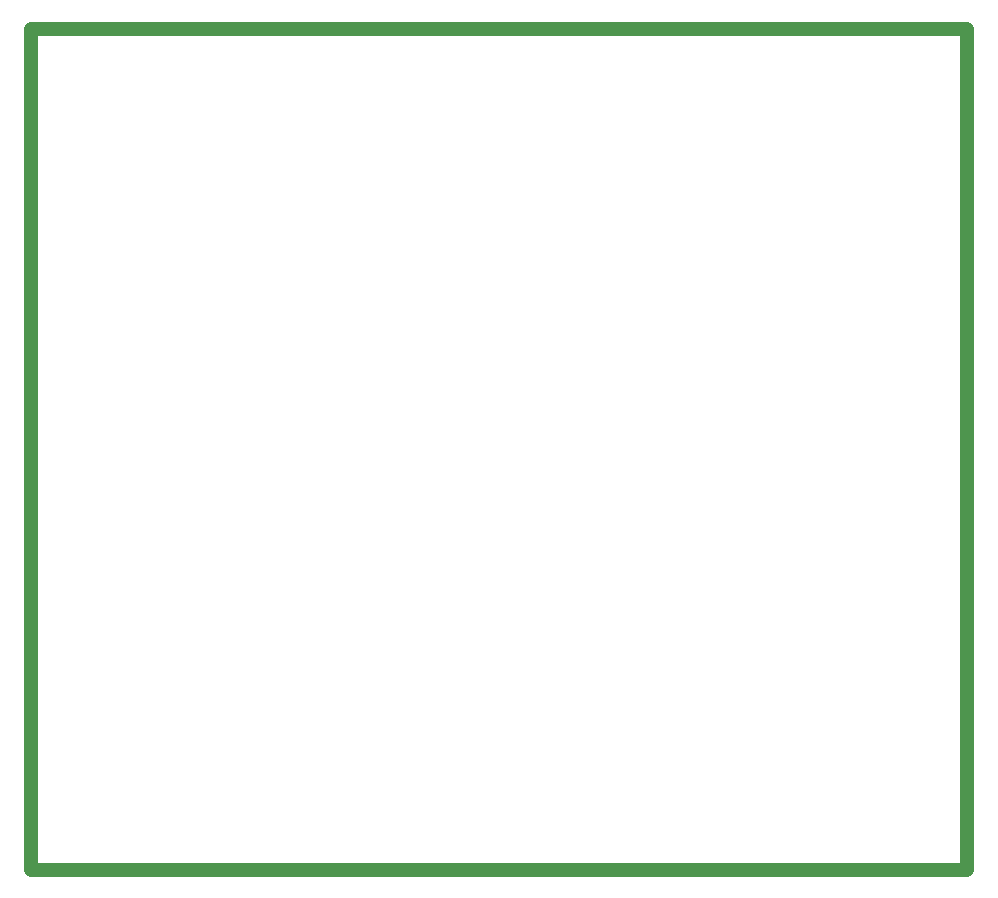
<source format=gbr>
%TF.GenerationSoftware,Altium Limited,Altium Designer,22.9.1 (49)*%
G04 Layer_Color=32896*
%FSLAX45Y45*%
%MOMM*%
%TF.SameCoordinates,C6D2A98E-D71B-44EB-B230-12E80A119C5B*%
%TF.FilePolarity,Positive*%
%TF.FileFunction,Other,Board_Shape*%
%TF.Part,Single*%
G01*
G75*
%TA.AperFunction,NonConductor*%
%ADD93C,1.20000*%
D93*
X2500Y7120000D02*
X7930000Y7120000D01*
X2500Y7120000D02*
X2501Y0D01*
X7930000D01*
X7929997Y7120000D02*
X7930000Y0D01*
%TF.MD5,841d54d18606f9c10f9ea1c54d116702*%
M02*

</source>
